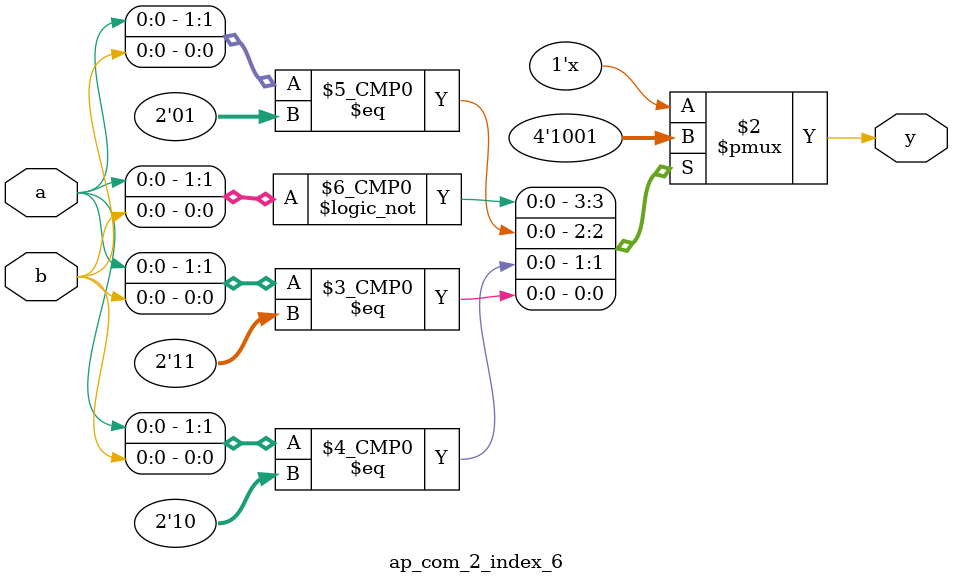
<source format=v>
module ap_com_4_index_0(
	input wire a,
	input wire b,
	input wire c,
	input wire d,
	output reg y
);

always @(*) begin
	case({a, b, c, d})
		4'b0000: y = 0;
		4'b0001: y = 0;
		4'b0010: y = 0;
		4'b0011: y = 1;
		4'b0100: y = 0;
		4'b0101: y = 1;
		4'b0110: y = 1;
		4'b0111: y = 1;
		4'b1000: y = 0;
		4'b1001: y = 0;
		4'b1010: y = 1;
		4'b1011: y = 1;
		4'b1100: y = 0;
		4'b1101: y = 1;
		4'b1110: y = 1;
		4'b1111: y = 1;
		default:;
	endcase
end

endmodule


module ap_com_2_index_1(
	input wire a,
	input wire b,
	output reg y
);

always @(*) begin
	case({a, b})
		2'b00: y = 0;
		2'b01: y = 1;
		2'b10: y = 1;
		2'b11: y = 1;
		default:;
	endcase
end

endmodule


module ap_com_4_index_2(
	input wire a,
	input wire b,
	input wire c,
	input wire d,
	output reg y
);

always @(*) begin
	case({a, b, c, d})
		4'b0000: y = 0;
		4'b0001: y = 0;
		4'b0010: y = 1;
		4'b0011: y = 0;
		4'b0100: y = 0;
		4'b0101: y = 0;
		4'b0110: y = 1;
		4'b0111: y = 1;
		4'b1000: y = 1;
		4'b1001: y = 1;
		4'b1010: y = 1;
		4'b1011: y = 0;
		4'b1100: y = 1;
		4'b1101: y = 1;
		4'b1110: y = 1;
		4'b1111: y = 1;
		default:;
	endcase
end

endmodule


module ap_com_4_index_3(
	input wire a,
	input wire b,
	input wire c,
	input wire d,
	output reg y
);

always @(*) begin
	case({a, b, c, d})
		4'b0000: y = 0;
		4'b0001: y = 0;
		4'b0010: y = 0;
		4'b0011: y = 1;
		4'b0100: y = 1;
		4'b0101: y = 1;
		4'b0110: y = 1;
		4'b0111: y = 1;
		4'b1000: y = 1;
		4'b1001: y = 0;
		4'b1010: y = 1;
		4'b1011: y = 1;
		4'b1100: y = 1;
		4'b1101: y = 0;
		4'b1110: y = 1;
		4'b1111: y = 1;
		default:;
	endcase
end

endmodule


module ap_com_3_index_4(
	input wire a,
	input wire b,
	input wire c,
	output reg y
);

always @(*) begin
	case({a, b, c})
		3'b000: y = 0;
		3'b001: y = 0;
		3'b010: y = 0;
		3'b011: y = 0;
		3'b100: y = 0;
		3'b101: y = 0;
		3'b110: y = 0;
		3'b111: y = 0;
		default:;
	endcase
end

endmodule


module ap_com_2_index_5(
	input wire a,
	input wire b,
	output reg y
);

always @(*) begin
	case({a, b})
		2'b00: y = 0;
		2'b01: y = 0;
		2'b10: y = 0;
		2'b11: y = 0;
		default:;
	endcase
end

endmodule


module ap_com_2_index_6(
	input wire a,
	input wire b,
	output reg y
);

always @(*) begin
	case({a, b})
		2'b00: y = 1;
		2'b01: y = 0;
		2'b10: y = 0;
		2'b11: y = 1;
		default:;
	endcase
end

endmodule



</source>
